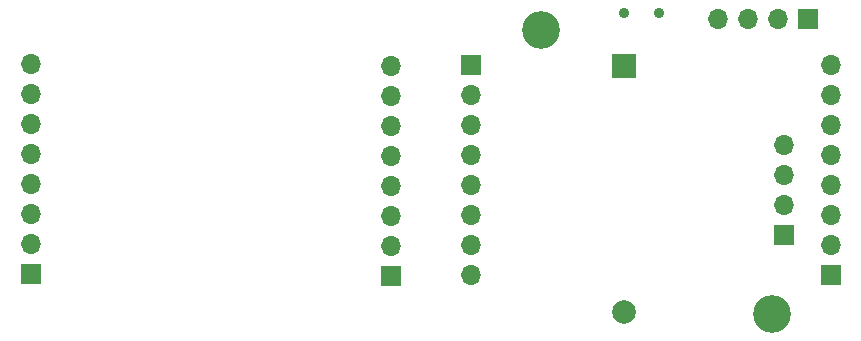
<source format=gbr>
%TF.GenerationSoftware,KiCad,Pcbnew,8.0.7*%
%TF.CreationDate,2025-04-21T23:50:56-03:00*%
%TF.ProjectId,matrixdisplay,6d617472-6978-4646-9973-706c61792e6b,rev?*%
%TF.SameCoordinates,Original*%
%TF.FileFunction,Soldermask,Bot*%
%TF.FilePolarity,Negative*%
%FSLAX46Y46*%
G04 Gerber Fmt 4.6, Leading zero omitted, Abs format (unit mm)*
G04 Created by KiCad (PCBNEW 8.0.7) date 2025-04-21 23:50:56*
%MOMM*%
%LPD*%
G01*
G04 APERTURE LIST*
%ADD10C,0.900000*%
%ADD11O,1.700000X1.700000*%
%ADD12R,1.700000X1.700000*%
%ADD13C,3.200000*%
%ADD14R,2.000000X2.000000*%
%ADD15C,2.000000*%
G04 APERTURE END LIST*
D10*
%TO.C,SW2*%
X172450000Y-76800000D03*
X169450000Y-76800000D03*
%TD*%
D11*
%TO.C,J6*%
X119200000Y-81133153D03*
X119200000Y-83673153D03*
X119200000Y-86213153D03*
X119200000Y-88753153D03*
X119200000Y-91293153D03*
X119200000Y-93833153D03*
X119200000Y-96373153D03*
D12*
X119200000Y-98913153D03*
%TD*%
%TO.C,J5*%
X149710653Y-99090000D03*
D11*
X149710653Y-96550000D03*
X149710653Y-94010000D03*
X149710653Y-91470000D03*
X149710653Y-88930000D03*
X149710653Y-86390000D03*
X149710653Y-83850000D03*
X149710653Y-81310000D03*
%TD*%
D13*
%TO.C,H2*%
X181950000Y-102300000D03*
%TD*%
%TO.C,H1*%
X162450000Y-78300000D03*
%TD*%
D11*
%TO.C,J3*%
X177370000Y-77300000D03*
X179910000Y-77300000D03*
X182450000Y-77300000D03*
D12*
X184990000Y-77300000D03*
%TD*%
D11*
%TO.C,J2*%
X186950000Y-81180000D03*
X186950000Y-83720000D03*
X186950000Y-86260000D03*
X186950000Y-88800000D03*
X186950000Y-91340000D03*
X186950000Y-93880000D03*
X186950000Y-96420000D03*
D12*
X186950000Y-98960000D03*
%TD*%
%TO.C,J1*%
X156450000Y-81260000D03*
D11*
X156450000Y-83800000D03*
X156450000Y-86340000D03*
X156450000Y-88880000D03*
X156450000Y-91420000D03*
X156450000Y-93960000D03*
X156450000Y-96500000D03*
X156450000Y-99040000D03*
%TD*%
%TO.C,J4*%
X182950000Y-88020000D03*
X182950000Y-90560000D03*
X182950000Y-93100000D03*
D12*
X182950000Y-95640000D03*
%TD*%
D14*
%TO.C,BT1*%
X169450000Y-81300000D03*
D15*
X169450000Y-102100000D03*
%TD*%
M02*

</source>
